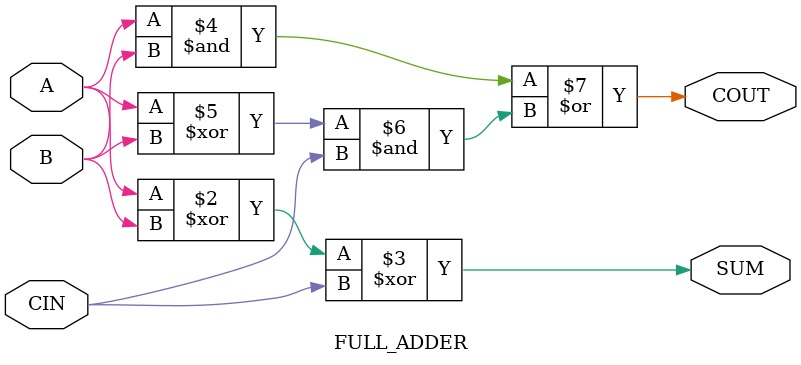
<source format=v>
module FULL_ADDER(A,B,CIN,COUT,SUM);

//input ports
  input A;
  input B;
  input CIN;

//output ports  
  output reg COUT;
  output reg SUM;

//behavioral model
  always @(A or B or CIN)
  begin 
   SUM = A ^ B ^ CIN; 
   COUT = A&B | (A^B) & CIN; 
  end

endmodule  

</source>
